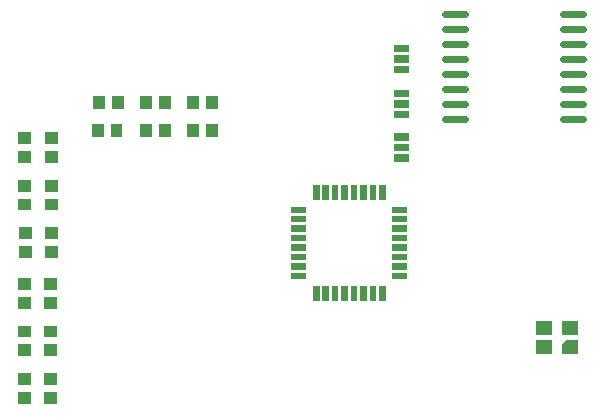
<source format=gbp>
G04 Layer: BottomPasteMaskLayer*
G04 EasyEDA v6.3.43, 2020-05-10T20:22:00+02:00*
G04 8efef6a7772f454f874d1fefd099d7f4,c718b20e53f548e3abf3144c64a63f4f,10*
G04 Gerber Generator version 0.2*
G04 Scale: 100 percent, Rotated: No, Reflected: No *
G04 Dimensions in millimeters *
G04 leading zeros omitted , absolute positions ,3 integer and 3 decimal *
%FSLAX33Y33*%
%MOMM*%
G90*
G71D02*

%ADD16C,0.599999*%

%LPD*%
G54D16*
G01X47971Y39210D02*
G01X49671Y39210D01*
G01X47971Y40480D02*
G01X49671Y40480D01*
G01X47971Y41750D02*
G01X49671Y41750D01*
G01X47971Y43020D02*
G01X49671Y43020D01*
G01X47971Y44290D02*
G01X49671Y44290D01*
G01X47971Y45560D02*
G01X49671Y45560D01*
G01X47971Y46830D02*
G01X49671Y46830D01*
G01X47971Y48100D02*
G01X49671Y48100D01*
G01X57971Y39210D02*
G01X59671Y39210D01*
G01X57971Y40480D02*
G01X59671Y40480D01*
G01X57971Y41750D02*
G01X59671Y41750D01*
G01X57971Y43020D02*
G01X59671Y43020D01*
G01X57971Y44290D02*
G01X59671Y44290D01*
G01X57971Y45560D02*
G01X59671Y45560D01*
G01X57971Y46830D02*
G01X59671Y46830D01*
G01X57971Y48100D02*
G01X59671Y48100D01*
G36*
G01X57100Y22075D02*
G01X55700Y22075D01*
G01X55700Y20925D01*
G01X57100Y20925D01*
G01X57100Y22075D01*
G37*
G36*
G01X59300Y20474D02*
G01X58262Y20475D01*
G01X57900Y20096D01*
G01X57900Y19324D01*
G01X59300Y19324D01*
G01X59300Y20474D01*
G37*
G36*
G01X59300Y22075D02*
G01X57900Y22075D01*
G01X57900Y20925D01*
G01X59300Y20925D01*
G01X59300Y22075D01*
G37*
G36*
G01X57100Y20474D02*
G01X55700Y20474D01*
G01X55700Y19324D01*
G01X57100Y19324D01*
G01X57100Y20474D01*
G37*
G36*
G01X14145Y36448D02*
G01X14145Y35448D01*
G01X15245Y35448D01*
G01X15245Y36448D01*
G01X14145Y36448D01*
G37*
G36*
G01X14145Y38048D02*
G01X14145Y37048D01*
G01X15245Y37048D01*
G01X15245Y38048D01*
G01X14145Y38048D01*
G37*
G36*
G01X27200Y41150D02*
G01X26200Y41150D01*
G01X26200Y40050D01*
G01X27200Y40050D01*
G01X27200Y41150D01*
G37*
G36*
G01X28800Y41150D02*
G01X27800Y41150D01*
G01X27800Y40050D01*
G01X28800Y40050D01*
G01X28800Y41150D01*
G37*
G36*
G01X11849Y20099D02*
G01X11849Y19099D01*
G01X12949Y19099D01*
G01X12949Y20099D01*
G01X11849Y20099D01*
G37*
G36*
G01X11849Y21699D02*
G01X11849Y20699D01*
G01X12949Y20699D01*
G01X12949Y21699D01*
G01X11849Y21699D01*
G37*
G36*
G01X27199Y38751D02*
G01X26199Y38751D01*
G01X26199Y37651D01*
G01X27199Y37651D01*
G01X27199Y38751D01*
G37*
G36*
G01X28799Y38751D02*
G01X27799Y38751D01*
G01X27799Y37651D01*
G01X28799Y37651D01*
G01X28799Y38751D01*
G37*
G36*
G01X14049Y24099D02*
G01X14049Y23099D01*
G01X15149Y23099D01*
G01X15149Y24099D01*
G01X14049Y24099D01*
G37*
G36*
G01X14049Y25699D02*
G01X14049Y24699D01*
G01X15149Y24699D01*
G01X15149Y25699D01*
G01X14049Y25699D01*
G37*
G36*
G01X11849Y24099D02*
G01X11849Y23099D01*
G01X12949Y23099D01*
G01X12949Y24099D01*
G01X11849Y24099D01*
G37*
G36*
G01X11849Y25699D02*
G01X11849Y24699D01*
G01X12949Y24699D01*
G01X12949Y25699D01*
G01X11849Y25699D01*
G37*
G36*
G01X11943Y28448D02*
G01X11943Y27448D01*
G01X13043Y27448D01*
G01X13043Y28448D01*
G01X11943Y28448D01*
G37*
G36*
G01X11943Y30048D02*
G01X11943Y29048D01*
G01X13043Y29048D01*
G01X13043Y30048D01*
G01X11943Y30048D01*
G37*
G36*
G01X14143Y28448D02*
G01X14143Y27448D01*
G01X15243Y27448D01*
G01X15243Y28448D01*
G01X14143Y28448D01*
G37*
G36*
G01X14143Y30048D02*
G01X14143Y29048D01*
G01X15243Y29048D01*
G01X15243Y30048D01*
G01X14143Y30048D01*
G37*
G36*
G01X19200Y41150D02*
G01X18200Y41150D01*
G01X18200Y40050D01*
G01X19200Y40050D01*
G01X19200Y41150D01*
G37*
G36*
G01X20800Y41150D02*
G01X19800Y41150D01*
G01X19800Y40050D01*
G01X20800Y40050D01*
G01X20800Y41150D01*
G37*
G36*
G01X19099Y38750D02*
G01X18099Y38750D01*
G01X18099Y37650D01*
G01X19099Y37650D01*
G01X19099Y38750D01*
G37*
G36*
G01X20699Y38750D02*
G01X19699Y38750D01*
G01X19699Y37650D01*
G01X20699Y37650D01*
G01X20699Y38750D01*
G37*
G36*
G01X14049Y16099D02*
G01X14049Y15099D01*
G01X15149Y15099D01*
G01X15149Y16099D01*
G01X14049Y16099D01*
G37*
G36*
G01X14049Y17699D02*
G01X14049Y16699D01*
G01X15149Y16699D01*
G01X15149Y17699D01*
G01X14049Y17699D01*
G37*
G36*
G01X11849Y16099D02*
G01X11849Y15099D01*
G01X12949Y15099D01*
G01X12949Y16099D01*
G01X11849Y16099D01*
G37*
G36*
G01X11849Y17699D02*
G01X11849Y16699D01*
G01X12949Y16699D01*
G01X12949Y17699D01*
G01X11849Y17699D01*
G37*
G36*
G01X14143Y32448D02*
G01X14143Y31448D01*
G01X15243Y31448D01*
G01X15243Y32448D01*
G01X14143Y32448D01*
G37*
G36*
G01X14143Y34048D02*
G01X14143Y33048D01*
G01X15243Y33048D01*
G01X15243Y34048D01*
G01X14143Y34048D01*
G37*
G36*
G01X11843Y32448D02*
G01X11843Y31448D01*
G01X12943Y31448D01*
G01X12943Y32448D01*
G01X11843Y32448D01*
G37*
G36*
G01X11843Y34048D02*
G01X11843Y33048D01*
G01X12943Y33048D01*
G01X12943Y34048D01*
G01X11843Y34048D01*
G37*
G36*
G01X11843Y36448D02*
G01X11843Y35448D01*
G01X12943Y35448D01*
G01X12943Y36448D01*
G01X11843Y36448D01*
G37*
G36*
G01X11843Y38048D02*
G01X11843Y37048D01*
G01X12943Y37048D01*
G01X12943Y38048D01*
G01X11843Y38048D01*
G37*
G36*
G01X14049Y20099D02*
G01X14049Y19099D01*
G01X15149Y19099D01*
G01X15149Y20099D01*
G01X14049Y20099D01*
G37*
G36*
G01X14049Y21699D02*
G01X14049Y20699D01*
G01X15149Y20699D01*
G01X15149Y21699D01*
G01X14049Y21699D01*
G37*
G36*
G01X23199Y38749D02*
G01X22199Y38749D01*
G01X22199Y37649D01*
G01X23199Y37649D01*
G01X23199Y38749D01*
G37*
G36*
G01X24799Y38749D02*
G01X23799Y38749D01*
G01X23799Y37649D01*
G01X24799Y37649D01*
G01X24799Y38749D01*
G37*
G36*
G01X23199Y41150D02*
G01X22199Y41150D01*
G01X22199Y40050D01*
G01X23199Y40050D01*
G01X23199Y41150D01*
G37*
G36*
G01X24799Y41150D02*
G01X23799Y41150D01*
G01X23799Y40050D01*
G01X24799Y40050D01*
G01X24799Y41150D01*
G37*
G36*
G01X44931Y43083D02*
G01X44931Y43718D01*
G01X43661Y43718D01*
G01X43661Y43083D01*
G01X44931Y43083D01*
G37*
G36*
G01X44931Y43972D02*
G01X44931Y44607D01*
G01X43661Y44607D01*
G01X43661Y43972D01*
G01X44931Y43972D01*
G37*
G36*
G01X44931Y44861D02*
G01X44931Y45496D01*
G01X43661Y45496D01*
G01X43661Y44861D01*
G01X44931Y44861D01*
G37*
G36*
G01X44931Y39273D02*
G01X44931Y39908D01*
G01X43661Y39908D01*
G01X43661Y39273D01*
G01X44931Y39273D01*
G37*
G36*
G01X44931Y40162D02*
G01X44931Y40797D01*
G01X43661Y40797D01*
G01X43661Y40162D01*
G01X44931Y40162D01*
G37*
G36*
G01X44931Y41051D02*
G01X44931Y41686D01*
G01X43661Y41686D01*
G01X43661Y41051D01*
G01X44931Y41051D01*
G37*
G36*
G01X44931Y35590D02*
G01X44931Y36225D01*
G01X43661Y36225D01*
G01X43661Y35590D01*
G01X44931Y35590D01*
G37*
G36*
G01X44931Y36479D02*
G01X44931Y37114D01*
G01X43661Y37114D01*
G01X43661Y36479D01*
G01X44931Y36479D01*
G37*
G36*
G01X44931Y37368D02*
G01X44931Y38003D01*
G01X43661Y38003D01*
G01X43661Y37368D01*
G01X44931Y37368D01*
G37*
G36*
G01X42973Y23772D02*
G01X42973Y25042D01*
G01X42414Y25042D01*
G01X42414Y23772D01*
G01X42973Y23772D01*
G37*
G36*
G01X42186Y23772D02*
G01X42186Y25042D01*
G01X41627Y25042D01*
G01X41627Y23772D01*
G01X42186Y23772D01*
G37*
G36*
G01X41373Y23772D02*
G01X41373Y25042D01*
G01X40814Y25042D01*
G01X40814Y23772D01*
G01X41373Y23772D01*
G37*
G36*
G01X40585Y23772D02*
G01X40585Y25042D01*
G01X40027Y25042D01*
G01X40027Y23772D01*
G01X40585Y23772D01*
G37*
G36*
G01X39773Y23772D02*
G01X39773Y25042D01*
G01X39214Y25042D01*
G01X39214Y23772D01*
G01X39773Y23772D01*
G37*
G36*
G01X38985Y23772D02*
G01X38985Y25042D01*
G01X38426Y25042D01*
G01X38426Y23772D01*
G01X38985Y23772D01*
G37*
G36*
G01X38172Y23772D02*
G01X38172Y25042D01*
G01X37614Y25042D01*
G01X37614Y23772D01*
G01X38172Y23772D01*
G37*
G36*
G01X37385Y23772D02*
G01X37385Y25042D01*
G01X36826Y25042D01*
G01X36826Y23772D01*
G01X37385Y23772D01*
G37*
G36*
G01X36242Y25626D02*
G01X36242Y26185D01*
G01X34972Y26185D01*
G01X34972Y25626D01*
G01X36242Y25626D01*
G37*
G36*
G01X36242Y26413D02*
G01X36242Y26972D01*
G01X34972Y26972D01*
G01X34972Y26413D01*
G01X36242Y26413D01*
G37*
G36*
G01X36242Y27226D02*
G01X36242Y27785D01*
G01X34972Y27785D01*
G01X34972Y27226D01*
G01X36242Y27226D01*
G37*
G36*
G01X36242Y28014D02*
G01X36242Y28572D01*
G01X34972Y28572D01*
G01X34972Y28014D01*
G01X36242Y28014D01*
G37*
G36*
G01X36242Y28826D02*
G01X36242Y29385D01*
G01X34972Y29385D01*
G01X34972Y28826D01*
G01X36242Y28826D01*
G37*
G36*
G01X36242Y29614D02*
G01X36242Y30173D01*
G01X34972Y30173D01*
G01X34972Y29614D01*
G01X36242Y29614D01*
G37*
G36*
G01X36242Y30427D02*
G01X36242Y30985D01*
G01X34972Y30985D01*
G01X34972Y30427D01*
G01X36242Y30427D01*
G37*
G36*
G01X36242Y31214D02*
G01X36242Y31773D01*
G01X34972Y31773D01*
G01X34972Y31214D01*
G01X36242Y31214D01*
G37*
G36*
G01X37385Y32357D02*
G01X37385Y33627D01*
G01X36826Y33627D01*
G01X36826Y32357D01*
G01X37385Y32357D01*
G37*
G36*
G01X38172Y32357D02*
G01X38172Y33627D01*
G01X37614Y33627D01*
G01X37614Y32357D01*
G01X38172Y32357D01*
G37*
G36*
G01X38985Y32357D02*
G01X38985Y33627D01*
G01X38426Y33627D01*
G01X38426Y32357D01*
G01X38985Y32357D01*
G37*
G36*
G01X39773Y32357D02*
G01X39773Y33627D01*
G01X39214Y33627D01*
G01X39214Y32357D01*
G01X39773Y32357D01*
G37*
G36*
G01X40585Y32357D02*
G01X40585Y33627D01*
G01X40027Y33627D01*
G01X40027Y32357D01*
G01X40585Y32357D01*
G37*
G36*
G01X41373Y32357D02*
G01X41373Y33627D01*
G01X40814Y33627D01*
G01X40814Y32357D01*
G01X41373Y32357D01*
G37*
G36*
G01X42186Y32357D02*
G01X42186Y33627D01*
G01X41627Y33627D01*
G01X41627Y32357D01*
G01X42186Y32357D01*
G37*
G36*
G01X42973Y32357D02*
G01X42973Y33627D01*
G01X42414Y33627D01*
G01X42414Y32357D01*
G01X42973Y32357D01*
G37*
G36*
G01X44827Y31214D02*
G01X44827Y31773D01*
G01X43557Y31773D01*
G01X43557Y31214D01*
G01X44827Y31214D01*
G37*
G36*
G01X44827Y30427D02*
G01X44827Y30985D01*
G01X43557Y30985D01*
G01X43557Y30427D01*
G01X44827Y30427D01*
G37*
G36*
G01X44827Y29614D02*
G01X44827Y30173D01*
G01X43557Y30173D01*
G01X43557Y29614D01*
G01X44827Y29614D01*
G37*
G36*
G01X44827Y28826D02*
G01X44827Y29385D01*
G01X43557Y29385D01*
G01X43557Y28826D01*
G01X44827Y28826D01*
G37*
G36*
G01X44827Y28014D02*
G01X44827Y28572D01*
G01X43557Y28572D01*
G01X43557Y28014D01*
G01X44827Y28014D01*
G37*
G36*
G01X44827Y27226D02*
G01X44827Y27785D01*
G01X43557Y27785D01*
G01X43557Y27226D01*
G01X44827Y27226D01*
G37*
G36*
G01X44827Y26413D02*
G01X44827Y26972D01*
G01X43557Y26972D01*
G01X43557Y26413D01*
G01X44827Y26413D01*
G37*
G36*
G01X44827Y25626D02*
G01X44827Y26185D01*
G01X43557Y26185D01*
G01X43557Y25626D01*
G01X44827Y25626D01*
G37*
M00*
M02*

</source>
